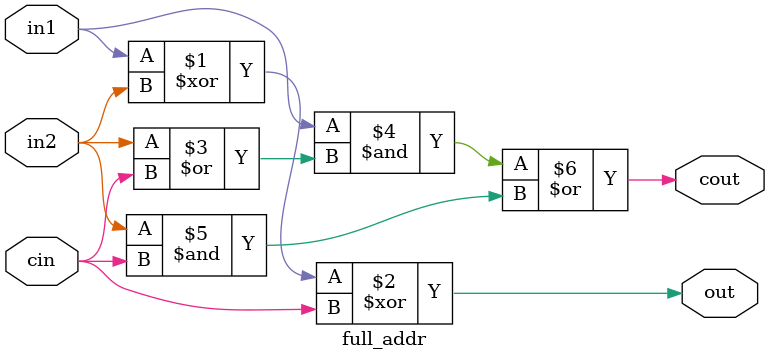
<source format=v>
`timescale 1ns / 1ps

/*
/////////////////////////////////////////////
//// COA LAB Assignment 3                ////
//// Group Number 23                     ////
//// Ashwani Kumar Kamal (20CS10011)     ////
//// Astitva (20CS30007)                 ////
/////////////////////////////////////////////
*/

// full adder
// inputs: in1, in2, cin (cin is input carry)
// outputs: out, cout (out is sum, cout is output carry)

module full_addr(input in1,input in2,input cin,output out,output cout);

    // Behavioural design pattern
    assign out = in1 ^ in2 ^ cin;
    assign cout = in1 & (in2 | cin) | (in2 & cin);

endmodule
</source>
